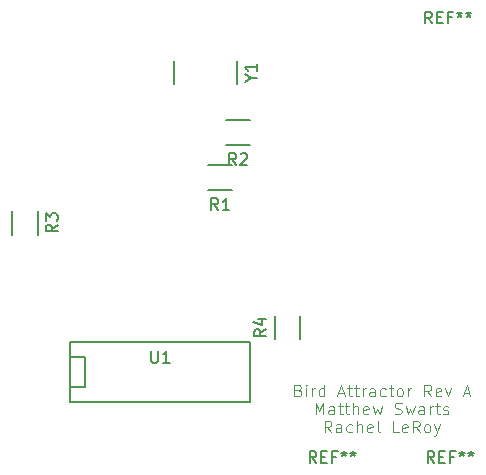
<source format=gbr>
G04 #@! TF.FileFunction,Legend,Top*
%FSLAX46Y46*%
G04 Gerber Fmt 4.6, Leading zero omitted, Abs format (unit mm)*
G04 Created by KiCad (PCBNEW 4.0.1-stable) date 2/2/2016 11:32:04 AM*
%MOMM*%
G01*
G04 APERTURE LIST*
%ADD10C,0.100000*%
%ADD11C,0.125000*%
%ADD12C,0.150000*%
G04 APERTURE END LIST*
D10*
D11*
X170452380Y-120853571D02*
X170595237Y-120901190D01*
X170642856Y-120948810D01*
X170690475Y-121044048D01*
X170690475Y-121186905D01*
X170642856Y-121282143D01*
X170595237Y-121329762D01*
X170499999Y-121377381D01*
X170119046Y-121377381D01*
X170119046Y-120377381D01*
X170452380Y-120377381D01*
X170547618Y-120425000D01*
X170595237Y-120472619D01*
X170642856Y-120567857D01*
X170642856Y-120663095D01*
X170595237Y-120758333D01*
X170547618Y-120805952D01*
X170452380Y-120853571D01*
X170119046Y-120853571D01*
X171119046Y-121377381D02*
X171119046Y-120710714D01*
X171119046Y-120377381D02*
X171071427Y-120425000D01*
X171119046Y-120472619D01*
X171166665Y-120425000D01*
X171119046Y-120377381D01*
X171119046Y-120472619D01*
X171595236Y-121377381D02*
X171595236Y-120710714D01*
X171595236Y-120901190D02*
X171642855Y-120805952D01*
X171690474Y-120758333D01*
X171785712Y-120710714D01*
X171880951Y-120710714D01*
X172642856Y-121377381D02*
X172642856Y-120377381D01*
X172642856Y-121329762D02*
X172547618Y-121377381D01*
X172357141Y-121377381D01*
X172261903Y-121329762D01*
X172214284Y-121282143D01*
X172166665Y-121186905D01*
X172166665Y-120901190D01*
X172214284Y-120805952D01*
X172261903Y-120758333D01*
X172357141Y-120710714D01*
X172547618Y-120710714D01*
X172642856Y-120758333D01*
X173833332Y-121091667D02*
X174309523Y-121091667D01*
X173738094Y-121377381D02*
X174071427Y-120377381D01*
X174404761Y-121377381D01*
X174595237Y-120710714D02*
X174976189Y-120710714D01*
X174738094Y-120377381D02*
X174738094Y-121234524D01*
X174785713Y-121329762D01*
X174880951Y-121377381D01*
X174976189Y-121377381D01*
X175166666Y-120710714D02*
X175547618Y-120710714D01*
X175309523Y-120377381D02*
X175309523Y-121234524D01*
X175357142Y-121329762D01*
X175452380Y-121377381D01*
X175547618Y-121377381D01*
X175880952Y-121377381D02*
X175880952Y-120710714D01*
X175880952Y-120901190D02*
X175928571Y-120805952D01*
X175976190Y-120758333D01*
X176071428Y-120710714D01*
X176166667Y-120710714D01*
X176928572Y-121377381D02*
X176928572Y-120853571D01*
X176880953Y-120758333D01*
X176785715Y-120710714D01*
X176595238Y-120710714D01*
X176500000Y-120758333D01*
X176928572Y-121329762D02*
X176833334Y-121377381D01*
X176595238Y-121377381D01*
X176500000Y-121329762D01*
X176452381Y-121234524D01*
X176452381Y-121139286D01*
X176500000Y-121044048D01*
X176595238Y-120996429D01*
X176833334Y-120996429D01*
X176928572Y-120948810D01*
X177833334Y-121329762D02*
X177738096Y-121377381D01*
X177547619Y-121377381D01*
X177452381Y-121329762D01*
X177404762Y-121282143D01*
X177357143Y-121186905D01*
X177357143Y-120901190D01*
X177404762Y-120805952D01*
X177452381Y-120758333D01*
X177547619Y-120710714D01*
X177738096Y-120710714D01*
X177833334Y-120758333D01*
X178119048Y-120710714D02*
X178500000Y-120710714D01*
X178261905Y-120377381D02*
X178261905Y-121234524D01*
X178309524Y-121329762D01*
X178404762Y-121377381D01*
X178500000Y-121377381D01*
X178976191Y-121377381D02*
X178880953Y-121329762D01*
X178833334Y-121282143D01*
X178785715Y-121186905D01*
X178785715Y-120901190D01*
X178833334Y-120805952D01*
X178880953Y-120758333D01*
X178976191Y-120710714D01*
X179119049Y-120710714D01*
X179214287Y-120758333D01*
X179261906Y-120805952D01*
X179309525Y-120901190D01*
X179309525Y-121186905D01*
X179261906Y-121282143D01*
X179214287Y-121329762D01*
X179119049Y-121377381D01*
X178976191Y-121377381D01*
X179738096Y-121377381D02*
X179738096Y-120710714D01*
X179738096Y-120901190D02*
X179785715Y-120805952D01*
X179833334Y-120758333D01*
X179928572Y-120710714D01*
X180023811Y-120710714D01*
X181690478Y-121377381D02*
X181357144Y-120901190D01*
X181119049Y-121377381D02*
X181119049Y-120377381D01*
X181500002Y-120377381D01*
X181595240Y-120425000D01*
X181642859Y-120472619D01*
X181690478Y-120567857D01*
X181690478Y-120710714D01*
X181642859Y-120805952D01*
X181595240Y-120853571D01*
X181500002Y-120901190D01*
X181119049Y-120901190D01*
X182500002Y-121329762D02*
X182404764Y-121377381D01*
X182214287Y-121377381D01*
X182119049Y-121329762D01*
X182071430Y-121234524D01*
X182071430Y-120853571D01*
X182119049Y-120758333D01*
X182214287Y-120710714D01*
X182404764Y-120710714D01*
X182500002Y-120758333D01*
X182547621Y-120853571D01*
X182547621Y-120948810D01*
X182071430Y-121044048D01*
X182880954Y-120710714D02*
X183119049Y-121377381D01*
X183357145Y-120710714D01*
X184452383Y-121091667D02*
X184928574Y-121091667D01*
X184357145Y-121377381D02*
X184690478Y-120377381D01*
X185023812Y-121377381D01*
X171904761Y-122902381D02*
X171904761Y-121902381D01*
X172238095Y-122616667D01*
X172571428Y-121902381D01*
X172571428Y-122902381D01*
X173476190Y-122902381D02*
X173476190Y-122378571D01*
X173428571Y-122283333D01*
X173333333Y-122235714D01*
X173142856Y-122235714D01*
X173047618Y-122283333D01*
X173476190Y-122854762D02*
X173380952Y-122902381D01*
X173142856Y-122902381D01*
X173047618Y-122854762D01*
X172999999Y-122759524D01*
X172999999Y-122664286D01*
X173047618Y-122569048D01*
X173142856Y-122521429D01*
X173380952Y-122521429D01*
X173476190Y-122473810D01*
X173809523Y-122235714D02*
X174190475Y-122235714D01*
X173952380Y-121902381D02*
X173952380Y-122759524D01*
X173999999Y-122854762D01*
X174095237Y-122902381D01*
X174190475Y-122902381D01*
X174380952Y-122235714D02*
X174761904Y-122235714D01*
X174523809Y-121902381D02*
X174523809Y-122759524D01*
X174571428Y-122854762D01*
X174666666Y-122902381D01*
X174761904Y-122902381D01*
X175095238Y-122902381D02*
X175095238Y-121902381D01*
X175523810Y-122902381D02*
X175523810Y-122378571D01*
X175476191Y-122283333D01*
X175380953Y-122235714D01*
X175238095Y-122235714D01*
X175142857Y-122283333D01*
X175095238Y-122330952D01*
X176380953Y-122854762D02*
X176285715Y-122902381D01*
X176095238Y-122902381D01*
X176000000Y-122854762D01*
X175952381Y-122759524D01*
X175952381Y-122378571D01*
X176000000Y-122283333D01*
X176095238Y-122235714D01*
X176285715Y-122235714D01*
X176380953Y-122283333D01*
X176428572Y-122378571D01*
X176428572Y-122473810D01*
X175952381Y-122569048D01*
X176761905Y-122235714D02*
X176952381Y-122902381D01*
X177142858Y-122426190D01*
X177333334Y-122902381D01*
X177523810Y-122235714D01*
X178619048Y-122854762D02*
X178761905Y-122902381D01*
X179000001Y-122902381D01*
X179095239Y-122854762D01*
X179142858Y-122807143D01*
X179190477Y-122711905D01*
X179190477Y-122616667D01*
X179142858Y-122521429D01*
X179095239Y-122473810D01*
X179000001Y-122426190D01*
X178809524Y-122378571D01*
X178714286Y-122330952D01*
X178666667Y-122283333D01*
X178619048Y-122188095D01*
X178619048Y-122092857D01*
X178666667Y-121997619D01*
X178714286Y-121950000D01*
X178809524Y-121902381D01*
X179047620Y-121902381D01*
X179190477Y-121950000D01*
X179523810Y-122235714D02*
X179714286Y-122902381D01*
X179904763Y-122426190D01*
X180095239Y-122902381D01*
X180285715Y-122235714D01*
X181095239Y-122902381D02*
X181095239Y-122378571D01*
X181047620Y-122283333D01*
X180952382Y-122235714D01*
X180761905Y-122235714D01*
X180666667Y-122283333D01*
X181095239Y-122854762D02*
X181000001Y-122902381D01*
X180761905Y-122902381D01*
X180666667Y-122854762D01*
X180619048Y-122759524D01*
X180619048Y-122664286D01*
X180666667Y-122569048D01*
X180761905Y-122521429D01*
X181000001Y-122521429D01*
X181095239Y-122473810D01*
X181571429Y-122902381D02*
X181571429Y-122235714D01*
X181571429Y-122426190D02*
X181619048Y-122330952D01*
X181666667Y-122283333D01*
X181761905Y-122235714D01*
X181857144Y-122235714D01*
X182047620Y-122235714D02*
X182428572Y-122235714D01*
X182190477Y-121902381D02*
X182190477Y-122759524D01*
X182238096Y-122854762D01*
X182333334Y-122902381D01*
X182428572Y-122902381D01*
X182714287Y-122854762D02*
X182809525Y-122902381D01*
X183000001Y-122902381D01*
X183095240Y-122854762D01*
X183142859Y-122759524D01*
X183142859Y-122711905D01*
X183095240Y-122616667D01*
X183000001Y-122569048D01*
X182857144Y-122569048D01*
X182761906Y-122521429D01*
X182714287Y-122426190D01*
X182714287Y-122378571D01*
X182761906Y-122283333D01*
X182857144Y-122235714D01*
X183000001Y-122235714D01*
X183095240Y-122283333D01*
X173238095Y-124427381D02*
X172904761Y-123951190D01*
X172666666Y-124427381D02*
X172666666Y-123427381D01*
X173047619Y-123427381D01*
X173142857Y-123475000D01*
X173190476Y-123522619D01*
X173238095Y-123617857D01*
X173238095Y-123760714D01*
X173190476Y-123855952D01*
X173142857Y-123903571D01*
X173047619Y-123951190D01*
X172666666Y-123951190D01*
X174095238Y-124427381D02*
X174095238Y-123903571D01*
X174047619Y-123808333D01*
X173952381Y-123760714D01*
X173761904Y-123760714D01*
X173666666Y-123808333D01*
X174095238Y-124379762D02*
X174000000Y-124427381D01*
X173761904Y-124427381D01*
X173666666Y-124379762D01*
X173619047Y-124284524D01*
X173619047Y-124189286D01*
X173666666Y-124094048D01*
X173761904Y-124046429D01*
X174000000Y-124046429D01*
X174095238Y-123998810D01*
X175000000Y-124379762D02*
X174904762Y-124427381D01*
X174714285Y-124427381D01*
X174619047Y-124379762D01*
X174571428Y-124332143D01*
X174523809Y-124236905D01*
X174523809Y-123951190D01*
X174571428Y-123855952D01*
X174619047Y-123808333D01*
X174714285Y-123760714D01*
X174904762Y-123760714D01*
X175000000Y-123808333D01*
X175428571Y-124427381D02*
X175428571Y-123427381D01*
X175857143Y-124427381D02*
X175857143Y-123903571D01*
X175809524Y-123808333D01*
X175714286Y-123760714D01*
X175571428Y-123760714D01*
X175476190Y-123808333D01*
X175428571Y-123855952D01*
X176714286Y-124379762D02*
X176619048Y-124427381D01*
X176428571Y-124427381D01*
X176333333Y-124379762D01*
X176285714Y-124284524D01*
X176285714Y-123903571D01*
X176333333Y-123808333D01*
X176428571Y-123760714D01*
X176619048Y-123760714D01*
X176714286Y-123808333D01*
X176761905Y-123903571D01*
X176761905Y-123998810D01*
X176285714Y-124094048D01*
X177333333Y-124427381D02*
X177238095Y-124379762D01*
X177190476Y-124284524D01*
X177190476Y-123427381D01*
X178952382Y-124427381D02*
X178476191Y-124427381D01*
X178476191Y-123427381D01*
X179666668Y-124379762D02*
X179571430Y-124427381D01*
X179380953Y-124427381D01*
X179285715Y-124379762D01*
X179238096Y-124284524D01*
X179238096Y-123903571D01*
X179285715Y-123808333D01*
X179380953Y-123760714D01*
X179571430Y-123760714D01*
X179666668Y-123808333D01*
X179714287Y-123903571D01*
X179714287Y-123998810D01*
X179238096Y-124094048D01*
X180714287Y-124427381D02*
X180380953Y-123951190D01*
X180142858Y-124427381D02*
X180142858Y-123427381D01*
X180523811Y-123427381D01*
X180619049Y-123475000D01*
X180666668Y-123522619D01*
X180714287Y-123617857D01*
X180714287Y-123760714D01*
X180666668Y-123855952D01*
X180619049Y-123903571D01*
X180523811Y-123951190D01*
X180142858Y-123951190D01*
X181285715Y-124427381D02*
X181190477Y-124379762D01*
X181142858Y-124332143D01*
X181095239Y-124236905D01*
X181095239Y-123951190D01*
X181142858Y-123855952D01*
X181190477Y-123808333D01*
X181285715Y-123760714D01*
X181428573Y-123760714D01*
X181523811Y-123808333D01*
X181571430Y-123855952D01*
X181619049Y-123951190D01*
X181619049Y-124236905D01*
X181571430Y-124332143D01*
X181523811Y-124379762D01*
X181428573Y-124427381D01*
X181285715Y-124427381D01*
X181952382Y-123760714D02*
X182190477Y-124427381D01*
X182428573Y-123760714D02*
X182190477Y-124427381D01*
X182095239Y-124665476D01*
X182047620Y-124713095D01*
X181952382Y-124760714D01*
D12*
X162830000Y-101769600D02*
X164830000Y-101769600D01*
X164830000Y-103919600D02*
X162830000Y-103919600D01*
X164354000Y-97959600D02*
X166354000Y-97959600D01*
X166354000Y-100109600D02*
X164354000Y-100109600D01*
X146245000Y-107680000D02*
X146245000Y-105680000D01*
X148395000Y-105680000D02*
X148395000Y-107680000D01*
X151130000Y-116814600D02*
X166370000Y-116814600D01*
X166370000Y-116814600D02*
X166370000Y-121894600D01*
X166370000Y-121894600D02*
X151130000Y-121894600D01*
X151130000Y-116814600D02*
X151130000Y-121894600D01*
X151130000Y-118084600D02*
X152400000Y-118084600D01*
X152400000Y-118084600D02*
X152400000Y-120624600D01*
X152400000Y-120624600D02*
X151130000Y-120624600D01*
X159885000Y-94904600D02*
X159885000Y-93004600D01*
X165235000Y-93004600D02*
X165235000Y-94904600D01*
X170620000Y-114544600D02*
X170620000Y-116544600D01*
X168470000Y-116544600D02*
X168470000Y-114544600D01*
X163663334Y-105596981D02*
X163330000Y-105120790D01*
X163091905Y-105596981D02*
X163091905Y-104596981D01*
X163472858Y-104596981D01*
X163568096Y-104644600D01*
X163615715Y-104692219D01*
X163663334Y-104787457D01*
X163663334Y-104930314D01*
X163615715Y-105025552D01*
X163568096Y-105073171D01*
X163472858Y-105120790D01*
X163091905Y-105120790D01*
X164615715Y-105596981D02*
X164044286Y-105596981D01*
X164330000Y-105596981D02*
X164330000Y-104596981D01*
X164234762Y-104739838D01*
X164139524Y-104835076D01*
X164044286Y-104882695D01*
X165187334Y-101786981D02*
X164854000Y-101310790D01*
X164615905Y-101786981D02*
X164615905Y-100786981D01*
X164996858Y-100786981D01*
X165092096Y-100834600D01*
X165139715Y-100882219D01*
X165187334Y-100977457D01*
X165187334Y-101120314D01*
X165139715Y-101215552D01*
X165092096Y-101263171D01*
X164996858Y-101310790D01*
X164615905Y-101310790D01*
X165568286Y-100882219D02*
X165615905Y-100834600D01*
X165711143Y-100786981D01*
X165949239Y-100786981D01*
X166044477Y-100834600D01*
X166092096Y-100882219D01*
X166139715Y-100977457D01*
X166139715Y-101072695D01*
X166092096Y-101215552D01*
X165520667Y-101786981D01*
X166139715Y-101786981D01*
X150072381Y-106846666D02*
X149596190Y-107180000D01*
X150072381Y-107418095D02*
X149072381Y-107418095D01*
X149072381Y-107037142D01*
X149120000Y-106941904D01*
X149167619Y-106894285D01*
X149262857Y-106846666D01*
X149405714Y-106846666D01*
X149500952Y-106894285D01*
X149548571Y-106941904D01*
X149596190Y-107037142D01*
X149596190Y-107418095D01*
X149072381Y-106513333D02*
X149072381Y-105894285D01*
X149453333Y-106227619D01*
X149453333Y-106084761D01*
X149500952Y-105989523D01*
X149548571Y-105941904D01*
X149643810Y-105894285D01*
X149881905Y-105894285D01*
X149977143Y-105941904D01*
X150024762Y-105989523D01*
X150072381Y-106084761D01*
X150072381Y-106370476D01*
X150024762Y-106465714D01*
X149977143Y-106513333D01*
X157988095Y-117536981D02*
X157988095Y-118346505D01*
X158035714Y-118441743D01*
X158083333Y-118489362D01*
X158178571Y-118536981D01*
X158369048Y-118536981D01*
X158464286Y-118489362D01*
X158511905Y-118441743D01*
X158559524Y-118346505D01*
X158559524Y-117536981D01*
X159559524Y-118536981D02*
X158988095Y-118536981D01*
X159273809Y-118536981D02*
X159273809Y-117536981D01*
X159178571Y-117679838D01*
X159083333Y-117775076D01*
X158988095Y-117822695D01*
X166436190Y-94430791D02*
X166912381Y-94430791D01*
X165912381Y-94764124D02*
X166436190Y-94430791D01*
X165912381Y-94097457D01*
X166912381Y-93240314D02*
X166912381Y-93811743D01*
X166912381Y-93526029D02*
X165912381Y-93526029D01*
X166055238Y-93621267D01*
X166150476Y-93716505D01*
X166198095Y-93811743D01*
X167697381Y-115711266D02*
X167221190Y-116044600D01*
X167697381Y-116282695D02*
X166697381Y-116282695D01*
X166697381Y-115901742D01*
X166745000Y-115806504D01*
X166792619Y-115758885D01*
X166887857Y-115711266D01*
X167030714Y-115711266D01*
X167125952Y-115758885D01*
X167173571Y-115806504D01*
X167221190Y-115901742D01*
X167221190Y-116282695D01*
X167030714Y-114854123D02*
X167697381Y-114854123D01*
X166649762Y-115092219D02*
X167364048Y-115330314D01*
X167364048Y-114711266D01*
X181966667Y-127002381D02*
X181633333Y-126526190D01*
X181395238Y-127002381D02*
X181395238Y-126002381D01*
X181776191Y-126002381D01*
X181871429Y-126050000D01*
X181919048Y-126097619D01*
X181966667Y-126192857D01*
X181966667Y-126335714D01*
X181919048Y-126430952D01*
X181871429Y-126478571D01*
X181776191Y-126526190D01*
X181395238Y-126526190D01*
X182395238Y-126478571D02*
X182728572Y-126478571D01*
X182871429Y-127002381D02*
X182395238Y-127002381D01*
X182395238Y-126002381D01*
X182871429Y-126002381D01*
X183633334Y-126478571D02*
X183300000Y-126478571D01*
X183300000Y-127002381D02*
X183300000Y-126002381D01*
X183776191Y-126002381D01*
X184300000Y-126002381D02*
X184300000Y-126240476D01*
X184061905Y-126145238D02*
X184300000Y-126240476D01*
X184538096Y-126145238D01*
X184157143Y-126430952D02*
X184300000Y-126240476D01*
X184442858Y-126430952D01*
X185061905Y-126002381D02*
X185061905Y-126240476D01*
X184823810Y-126145238D02*
X185061905Y-126240476D01*
X185300001Y-126145238D01*
X184919048Y-126430952D02*
X185061905Y-126240476D01*
X185204763Y-126430952D01*
X171966667Y-127002381D02*
X171633333Y-126526190D01*
X171395238Y-127002381D02*
X171395238Y-126002381D01*
X171776191Y-126002381D01*
X171871429Y-126050000D01*
X171919048Y-126097619D01*
X171966667Y-126192857D01*
X171966667Y-126335714D01*
X171919048Y-126430952D01*
X171871429Y-126478571D01*
X171776191Y-126526190D01*
X171395238Y-126526190D01*
X172395238Y-126478571D02*
X172728572Y-126478571D01*
X172871429Y-127002381D02*
X172395238Y-127002381D01*
X172395238Y-126002381D01*
X172871429Y-126002381D01*
X173633334Y-126478571D02*
X173300000Y-126478571D01*
X173300000Y-127002381D02*
X173300000Y-126002381D01*
X173776191Y-126002381D01*
X174300000Y-126002381D02*
X174300000Y-126240476D01*
X174061905Y-126145238D02*
X174300000Y-126240476D01*
X174538096Y-126145238D01*
X174157143Y-126430952D02*
X174300000Y-126240476D01*
X174442858Y-126430952D01*
X175061905Y-126002381D02*
X175061905Y-126240476D01*
X174823810Y-126145238D02*
X175061905Y-126240476D01*
X175300001Y-126145238D01*
X174919048Y-126430952D02*
X175061905Y-126240476D01*
X175204763Y-126430952D01*
X181766667Y-89802381D02*
X181433333Y-89326190D01*
X181195238Y-89802381D02*
X181195238Y-88802381D01*
X181576191Y-88802381D01*
X181671429Y-88850000D01*
X181719048Y-88897619D01*
X181766667Y-88992857D01*
X181766667Y-89135714D01*
X181719048Y-89230952D01*
X181671429Y-89278571D01*
X181576191Y-89326190D01*
X181195238Y-89326190D01*
X182195238Y-89278571D02*
X182528572Y-89278571D01*
X182671429Y-89802381D02*
X182195238Y-89802381D01*
X182195238Y-88802381D01*
X182671429Y-88802381D01*
X183433334Y-89278571D02*
X183100000Y-89278571D01*
X183100000Y-89802381D02*
X183100000Y-88802381D01*
X183576191Y-88802381D01*
X184100000Y-88802381D02*
X184100000Y-89040476D01*
X183861905Y-88945238D02*
X184100000Y-89040476D01*
X184338096Y-88945238D01*
X183957143Y-89230952D02*
X184100000Y-89040476D01*
X184242858Y-89230952D01*
X184861905Y-88802381D02*
X184861905Y-89040476D01*
X184623810Y-88945238D02*
X184861905Y-89040476D01*
X185100001Y-88945238D01*
X184719048Y-89230952D02*
X184861905Y-89040476D01*
X185004763Y-89230952D01*
M02*

</source>
